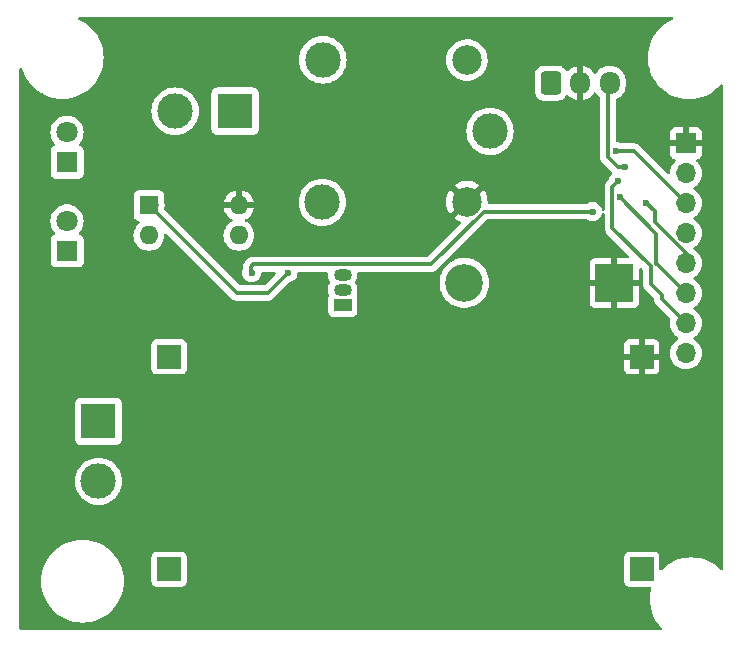
<source format=gbr>
%TF.GenerationSoftware,KiCad,Pcbnew,8.0.4*%
%TF.CreationDate,2024-11-13T12:07:51+05:30*%
%TF.ProjectId,cccccccc,63636363-6363-4636-932e-6b696361645f,rev?*%
%TF.SameCoordinates,Original*%
%TF.FileFunction,Copper,L2,Bot*%
%TF.FilePolarity,Positive*%
%FSLAX46Y46*%
G04 Gerber Fmt 4.6, Leading zero omitted, Abs format (unit mm)*
G04 Created by KiCad (PCBNEW 8.0.4) date 2024-11-13 12:07:51*
%MOMM*%
%LPD*%
G01*
G04 APERTURE LIST*
G04 Aperture macros list*
%AMRoundRect*
0 Rectangle with rounded corners*
0 $1 Rounding radius*
0 $2 $3 $4 $5 $6 $7 $8 $9 X,Y pos of 4 corners*
0 Add a 4 corners polygon primitive as box body*
4,1,4,$2,$3,$4,$5,$6,$7,$8,$9,$2,$3,0*
0 Add four circle primitives for the rounded corners*
1,1,$1+$1,$2,$3*
1,1,$1+$1,$4,$5*
1,1,$1+$1,$6,$7*
1,1,$1+$1,$8,$9*
0 Add four rect primitives between the rounded corners*
20,1,$1+$1,$2,$3,$4,$5,0*
20,1,$1+$1,$4,$5,$6,$7,0*
20,1,$1+$1,$6,$7,$8,$9,0*
20,1,$1+$1,$8,$9,$2,$3,0*%
G04 Aperture macros list end*
%TA.AperFunction,ComponentPad*%
%ADD10R,2.000000X2.000000*%
%TD*%
%TA.AperFunction,ComponentPad*%
%ADD11R,1.800000X1.800000*%
%TD*%
%TA.AperFunction,ComponentPad*%
%ADD12C,1.800000*%
%TD*%
%TA.AperFunction,ComponentPad*%
%ADD13R,3.000000X3.000000*%
%TD*%
%TA.AperFunction,ComponentPad*%
%ADD14C,3.000000*%
%TD*%
%TA.AperFunction,ComponentPad*%
%ADD15C,2.500000*%
%TD*%
%TA.AperFunction,ComponentPad*%
%ADD16RoundRect,0.250000X-0.600000X-0.725000X0.600000X-0.725000X0.600000X0.725000X-0.600000X0.725000X0*%
%TD*%
%TA.AperFunction,ComponentPad*%
%ADD17O,1.700000X1.950000*%
%TD*%
%TA.AperFunction,ComponentPad*%
%ADD18R,3.200000X3.200000*%
%TD*%
%TA.AperFunction,ComponentPad*%
%ADD19O,3.200000X3.200000*%
%TD*%
%TA.AperFunction,ComponentPad*%
%ADD20R,1.600000X1.600000*%
%TD*%
%TA.AperFunction,ComponentPad*%
%ADD21O,1.600000X1.600000*%
%TD*%
%TA.AperFunction,ComponentPad*%
%ADD22R,1.500000X1.050000*%
%TD*%
%TA.AperFunction,ComponentPad*%
%ADD23O,1.500000X1.050000*%
%TD*%
%TA.AperFunction,ComponentPad*%
%ADD24R,1.700000X1.700000*%
%TD*%
%TA.AperFunction,ComponentPad*%
%ADD25O,1.700000X1.700000*%
%TD*%
%TA.AperFunction,ViaPad*%
%ADD26C,0.600000*%
%TD*%
%TA.AperFunction,Conductor*%
%ADD27C,0.300000*%
%TD*%
G04 APERTURE END LIST*
D10*
%TO.P,U1,4,-Vout*%
%TO.N,/GND_S*%
X168795000Y-97795000D03*
%TO.P,U1,3,+Vout*%
%TO.N,/VCC*%
X168795000Y-79795000D03*
%TO.P,U1,2,-Vin*%
%TO.N,/GND_S*%
X128795000Y-97795000D03*
%TO.P,U1,1,+Vin*%
%TO.N,/16V*%
X128795000Y-79795000D03*
%TD*%
D11*
%TO.P,power,1,K*%
%TO.N,/GND_S*%
X120150000Y-63340000D03*
D12*
%TO.P,power,2,A*%
%TO.N,Net-(Red1-A)*%
X120150000Y-60800000D03*
%TD*%
D11*
%TO.P,RL_S/g,1,K*%
%TO.N,/GND_S*%
X120150000Y-70840000D03*
D12*
%TO.P,RL_S/g,2,A*%
%TO.N,Net-(Green1-A)*%
X120150000Y-68300000D03*
%TD*%
D13*
%TO.P,Output_16v1,1,Pin_1*%
%TO.N,/GND_S*%
X134380000Y-59000000D03*
D14*
%TO.P,Output_16v1,2,Pin_2*%
%TO.N,Net-(Output_16v1-Pin_2)*%
X129300000Y-59000000D03*
%TD*%
%TO.P,K1,1*%
%TO.N,/16V*%
X155960000Y-60720000D03*
D15*
%TO.P,K1,2*%
%TO.N,Net-(D1-A)*%
X154010000Y-54670000D03*
D14*
%TO.P,K1,3*%
%TO.N,Net-(Output_16v1-Pin_2)*%
X141810000Y-54670000D03*
%TO.P,K1,4*%
%TO.N,unconnected-(K1-Pad4)*%
X141760000Y-66720000D03*
D15*
%TO.P,K1,5*%
%TO.N,/VCC*%
X154010000Y-66670000D03*
%TD*%
D16*
%TO.P,IR_sensor1,1,Pin_1*%
%TO.N,/pin_2_IR*%
X161100000Y-56630000D03*
D17*
%TO.P,IR_sensor1,2,Pin_2*%
%TO.N,/VCC*%
X163600000Y-56630000D03*
%TO.P,IR_sensor1,3,Pin_3*%
%TO.N,/GND_S*%
X166100000Y-56630000D03*
%TD*%
D18*
%TO.P,D1,1,K*%
%TO.N,/VCC*%
X166490000Y-73540000D03*
D19*
%TO.P,D1,2,A*%
%TO.N,Net-(D1-A)*%
X153790000Y-73540000D03*
%TD*%
D20*
%TO.P,U3,1*%
%TO.N,Net-(R1-Pad2)*%
X127080000Y-66975000D03*
D21*
%TO.P,U3,2*%
%TO.N,Net-(Green1-A)*%
X127080000Y-69515000D03*
%TO.P,U3,3*%
%TO.N,Net-(R3-Pad1)*%
X134700000Y-69515000D03*
%TO.P,U3,4*%
%TO.N,/VCC*%
X134700000Y-66975000D03*
%TD*%
D22*
%TO.P,Q1,1,C*%
%TO.N,Net-(D1-A)*%
X143482500Y-75390000D03*
D23*
%TO.P,Q1,2,B*%
%TO.N,Net-(Q1-B)*%
X143482500Y-74120000D03*
%TO.P,Q1,3,E*%
%TO.N,/GND_S*%
X143482500Y-72850000D03*
%TD*%
D24*
%TO.P,J1,1,Pin_1*%
%TO.N,/VCC*%
X172550000Y-61725000D03*
D25*
%TO.P,J1,2,Pin_2*%
%TO.N,/pin_2_IR*%
X172550000Y-64265000D03*
%TO.P,J1,3,Pin_3*%
%TO.N,/pin3*%
X172550000Y-66805000D03*
%TO.P,J1,4,Pin_4*%
%TO.N,/pin_4*%
X172550000Y-69345000D03*
%TO.P,J1,5,Pin_5*%
%TO.N,/Relay_Signal_5*%
X172550000Y-71885000D03*
%TO.P,J1,6,Pin_6*%
%TO.N,/pin_6*%
X172550000Y-74425000D03*
%TO.P,J1,7,Pin_7*%
%TO.N,/pin_7*%
X172550000Y-76965000D03*
%TO.P,J1,8,Pin_8*%
%TO.N,/GND_S*%
X172550000Y-79505000D03*
%TD*%
D13*
%TO.P,V_input1,1,Pin_1*%
%TO.N,/GND_S*%
X122810000Y-85260000D03*
D14*
%TO.P,V_input1,2,Pin_2*%
%TO.N,/16V*%
X122810000Y-90340000D03*
%TD*%
D26*
%TO.N,/VCC*%
X135920000Y-76160000D03*
X161740000Y-63740000D03*
%TO.N,/GND_S*%
X167350000Y-63700000D03*
%TO.N,/pin_7*%
X166800000Y-64950000D03*
%TO.N,/pin_6*%
X166970000Y-66290000D03*
%TO.N,/pin3*%
X166590000Y-62390000D03*
%TO.N,/Relay_Signal_5*%
X135790000Y-72690000D03*
X169180000Y-66780000D03*
X164640000Y-67510000D03*
%TO.N,Net-(R1-Pad2)*%
X138852500Y-72680000D03*
%TD*%
D27*
%TO.N,/GND_S*%
X165940000Y-62890000D02*
X165940000Y-56790000D01*
X166835000Y-63720000D02*
X166855000Y-63700000D01*
X166770000Y-63720000D02*
X165940000Y-62890000D01*
X165940000Y-56790000D02*
X166100000Y-56630000D01*
X166855000Y-63700000D02*
X167300000Y-63700000D01*
X166835000Y-63720000D02*
X166770000Y-63720000D01*
%TO.N,/pin_7*%
X172550000Y-76965000D02*
X170520000Y-74935000D01*
X166320000Y-68910000D02*
X166320000Y-65430000D01*
X170520000Y-74580000D02*
X169550000Y-73610000D01*
X169550000Y-73610000D02*
X169550000Y-72140000D01*
X166320000Y-65430000D02*
X166800000Y-64950000D01*
X170520000Y-74935000D02*
X170520000Y-74580000D01*
X169550000Y-72140000D02*
X166320000Y-68910000D01*
%TO.N,/pin_6*%
X166970000Y-66290000D02*
X170050000Y-69370000D01*
X170050000Y-69370000D02*
X170050000Y-71960000D01*
X170050000Y-71960000D02*
X170085000Y-71960000D01*
X170085000Y-71960000D02*
X172550000Y-74425000D01*
%TO.N,/pin3*%
X172550000Y-66805000D02*
X168135000Y-62390000D01*
X168135000Y-62390000D02*
X166590000Y-62390000D01*
%TO.N,/Relay_Signal_5*%
X164640000Y-67510000D02*
X155432742Y-67510000D01*
X135905000Y-71975000D02*
X135700000Y-72180000D01*
X135700000Y-72600000D02*
X135790000Y-72690000D01*
X169180000Y-66780000D02*
X169900000Y-67500000D01*
X169900000Y-67500000D02*
X169900000Y-68392057D01*
X135700000Y-72180000D02*
X135700000Y-72600000D01*
X150967742Y-71975000D02*
X135905000Y-71975000D01*
X155432742Y-67510000D02*
X150967742Y-71975000D01*
X169900000Y-68392057D02*
X172550000Y-71042057D01*
X172550000Y-71042057D02*
X172550000Y-71885000D01*
%TO.N,Net-(R1-Pad2)*%
X127765000Y-66975000D02*
X127080000Y-66975000D01*
X134515000Y-74410000D02*
X127080000Y-66975000D01*
X137122500Y-74410000D02*
X134515000Y-74410000D01*
X138852500Y-72680000D02*
X137122500Y-74410000D01*
%TD*%
%TA.AperFunction,Conductor*%
%TO.N,/VCC*%
G36*
X171426355Y-51050185D02*
G01*
X171472110Y-51102989D01*
X171482054Y-51172147D01*
X171453029Y-51235703D01*
X171403755Y-51270262D01*
X171394601Y-51273776D01*
X171384260Y-51277746D01*
X171057343Y-51444320D01*
X170749635Y-51644147D01*
X170464498Y-51875047D01*
X170464490Y-51875054D01*
X170205054Y-52134490D01*
X170205047Y-52134498D01*
X169974147Y-52419635D01*
X169774320Y-52727343D01*
X169607746Y-53054260D01*
X169476260Y-53396793D01*
X169381294Y-53751209D01*
X169381294Y-53751211D01*
X169323898Y-54113594D01*
X169304696Y-54479999D01*
X169304696Y-54480000D01*
X169323898Y-54846405D01*
X169379711Y-55198794D01*
X169381295Y-55208794D01*
X169473578Y-55553199D01*
X169476260Y-55563206D01*
X169607746Y-55905739D01*
X169774320Y-56232656D01*
X169974147Y-56540364D01*
X170137117Y-56741615D01*
X170205051Y-56825506D01*
X170464494Y-57084949D01*
X170464498Y-57084952D01*
X170749635Y-57315852D01*
X171045206Y-57507797D01*
X171057348Y-57515682D01*
X171384264Y-57682255D01*
X171726801Y-57813742D01*
X172081206Y-57908705D01*
X172443596Y-57966102D01*
X172789734Y-57984241D01*
X172809999Y-57985304D01*
X172810000Y-57985304D01*
X172810001Y-57985304D01*
X172829203Y-57984297D01*
X173176404Y-57966102D01*
X173538794Y-57908705D01*
X173893199Y-57813742D01*
X174235736Y-57682255D01*
X174562652Y-57515682D01*
X174870366Y-57315851D01*
X175155506Y-57084949D01*
X175414949Y-56825506D01*
X175459134Y-56770941D01*
X175516621Y-56731231D01*
X175586452Y-56728903D01*
X175646456Y-56764698D01*
X175677582Y-56827252D01*
X175679500Y-56848978D01*
X175679500Y-97729683D01*
X175659815Y-97796722D01*
X175607011Y-97842477D01*
X175537853Y-97852421D01*
X175474297Y-97823396D01*
X175467819Y-97817364D01*
X175345509Y-97695054D01*
X175345501Y-97695047D01*
X175060364Y-97464147D01*
X174752656Y-97264320D01*
X174425739Y-97097746D01*
X174083206Y-96966260D01*
X174083199Y-96966258D01*
X173728794Y-96871295D01*
X173728790Y-96871294D01*
X173728789Y-96871294D01*
X173366405Y-96813898D01*
X173000001Y-96794696D01*
X172999999Y-96794696D01*
X172633594Y-96813898D01*
X172271211Y-96871294D01*
X172271209Y-96871294D01*
X171916793Y-96966260D01*
X171574260Y-97097746D01*
X171247343Y-97264320D01*
X170939635Y-97464147D01*
X170654498Y-97695047D01*
X170654490Y-97695054D01*
X170507180Y-97842365D01*
X170445857Y-97875850D01*
X170376165Y-97870866D01*
X170320232Y-97828994D01*
X170295815Y-97763530D01*
X170295499Y-97754684D01*
X170295499Y-96747129D01*
X170295498Y-96747123D01*
X170295497Y-96747116D01*
X170289091Y-96687517D01*
X170238796Y-96552669D01*
X170238795Y-96552668D01*
X170238793Y-96552664D01*
X170152547Y-96437455D01*
X170152544Y-96437452D01*
X170037335Y-96351206D01*
X170037328Y-96351202D01*
X169902482Y-96300908D01*
X169902483Y-96300908D01*
X169842883Y-96294501D01*
X169842881Y-96294500D01*
X169842873Y-96294500D01*
X169842864Y-96294500D01*
X167747129Y-96294500D01*
X167747123Y-96294501D01*
X167687516Y-96300908D01*
X167552671Y-96351202D01*
X167552664Y-96351206D01*
X167437455Y-96437452D01*
X167437452Y-96437455D01*
X167351206Y-96552664D01*
X167351202Y-96552671D01*
X167300908Y-96687517D01*
X167294501Y-96747116D01*
X167294501Y-96747123D01*
X167294500Y-96747135D01*
X167294500Y-98842870D01*
X167294501Y-98842876D01*
X167300908Y-98902483D01*
X167351202Y-99037328D01*
X167351206Y-99037335D01*
X167437452Y-99152544D01*
X167437455Y-99152547D01*
X167552664Y-99238793D01*
X167552671Y-99238797D01*
X167687517Y-99289091D01*
X167687516Y-99289091D01*
X167694444Y-99289835D01*
X167747127Y-99295500D01*
X169483570Y-99295499D01*
X169550609Y-99315184D01*
X169596364Y-99367987D01*
X169606308Y-99437146D01*
X169603345Y-99451592D01*
X169571295Y-99571204D01*
X169571294Y-99571211D01*
X169513898Y-99933594D01*
X169494696Y-100299999D01*
X169494696Y-100300000D01*
X169513898Y-100666405D01*
X169571294Y-101028788D01*
X169571294Y-101028790D01*
X169666260Y-101383206D01*
X169797746Y-101725739D01*
X169964320Y-102052656D01*
X170164147Y-102360364D01*
X170395047Y-102645501D01*
X170395054Y-102645509D01*
X170457364Y-102707819D01*
X170490849Y-102769142D01*
X170485865Y-102838834D01*
X170443993Y-102894767D01*
X170378529Y-102919184D01*
X170369683Y-102919500D01*
X116244500Y-102919500D01*
X116177461Y-102899815D01*
X116131706Y-102847011D01*
X116120500Y-102795500D01*
X116120500Y-98799999D01*
X117964696Y-98799999D01*
X117964696Y-98800000D01*
X117983898Y-99166405D01*
X118041294Y-99528788D01*
X118041294Y-99528790D01*
X118136260Y-99883206D01*
X118267746Y-100225739D01*
X118434320Y-100552656D01*
X118634147Y-100860364D01*
X118770536Y-101028790D01*
X118865051Y-101145506D01*
X119124494Y-101404949D01*
X119124498Y-101404952D01*
X119409635Y-101635852D01*
X119717343Y-101835679D01*
X119717348Y-101835682D01*
X120044264Y-102002255D01*
X120386801Y-102133742D01*
X120741206Y-102228705D01*
X121103596Y-102286102D01*
X121449734Y-102304241D01*
X121469999Y-102305304D01*
X121470000Y-102305304D01*
X121470001Y-102305304D01*
X121489203Y-102304297D01*
X121836404Y-102286102D01*
X122198794Y-102228705D01*
X122553199Y-102133742D01*
X122895736Y-102002255D01*
X123222652Y-101835682D01*
X123530366Y-101635851D01*
X123815506Y-101404949D01*
X124074949Y-101145506D01*
X124305851Y-100860366D01*
X124505682Y-100552652D01*
X124672255Y-100225736D01*
X124803742Y-99883199D01*
X124898705Y-99528794D01*
X124956102Y-99166404D01*
X124975304Y-98800000D01*
X124956102Y-98433596D01*
X124898705Y-98071206D01*
X124803742Y-97716801D01*
X124672255Y-97374264D01*
X124505682Y-97047348D01*
X124393175Y-96874102D01*
X124310723Y-96747135D01*
X127294500Y-96747135D01*
X127294500Y-98842870D01*
X127294501Y-98842876D01*
X127300908Y-98902483D01*
X127351202Y-99037328D01*
X127351206Y-99037335D01*
X127437452Y-99152544D01*
X127437455Y-99152547D01*
X127552664Y-99238793D01*
X127552671Y-99238797D01*
X127687517Y-99289091D01*
X127687516Y-99289091D01*
X127694444Y-99289835D01*
X127747127Y-99295500D01*
X129842872Y-99295499D01*
X129902483Y-99289091D01*
X130037331Y-99238796D01*
X130152546Y-99152546D01*
X130238796Y-99037331D01*
X130289091Y-98902483D01*
X130295500Y-98842873D01*
X130295499Y-96747128D01*
X130289091Y-96687517D01*
X130238796Y-96552669D01*
X130238795Y-96552668D01*
X130238793Y-96552664D01*
X130152547Y-96437455D01*
X130152544Y-96437452D01*
X130037335Y-96351206D01*
X130037328Y-96351202D01*
X129902482Y-96300908D01*
X129902483Y-96300908D01*
X129842883Y-96294501D01*
X129842881Y-96294500D01*
X129842873Y-96294500D01*
X129842864Y-96294500D01*
X127747129Y-96294500D01*
X127747123Y-96294501D01*
X127687516Y-96300908D01*
X127552671Y-96351202D01*
X127552664Y-96351206D01*
X127437455Y-96437452D01*
X127437452Y-96437455D01*
X127351206Y-96552664D01*
X127351202Y-96552671D01*
X127300908Y-96687517D01*
X127294501Y-96747116D01*
X127294501Y-96747123D01*
X127294500Y-96747135D01*
X124310723Y-96747135D01*
X124305852Y-96739635D01*
X124154450Y-96552669D01*
X124074949Y-96454494D01*
X123815506Y-96195051D01*
X123530366Y-95964149D01*
X123530364Y-95964147D01*
X123222656Y-95764320D01*
X122895739Y-95597746D01*
X122553206Y-95466260D01*
X122553199Y-95466258D01*
X122198794Y-95371295D01*
X122198790Y-95371294D01*
X122198789Y-95371294D01*
X121836405Y-95313898D01*
X121470001Y-95294696D01*
X121469999Y-95294696D01*
X121103594Y-95313898D01*
X120741211Y-95371294D01*
X120741209Y-95371294D01*
X120386793Y-95466260D01*
X120044260Y-95597746D01*
X119717343Y-95764320D01*
X119409635Y-95964147D01*
X119124498Y-96195047D01*
X119124490Y-96195054D01*
X118865054Y-96454490D01*
X118865047Y-96454498D01*
X118634147Y-96739635D01*
X118434320Y-97047343D01*
X118267746Y-97374260D01*
X118136260Y-97716793D01*
X118041294Y-98071209D01*
X118041294Y-98071211D01*
X117983898Y-98433594D01*
X117964696Y-98799999D01*
X116120500Y-98799999D01*
X116120500Y-90339998D01*
X120804390Y-90339998D01*
X120804390Y-90340001D01*
X120824804Y-90625433D01*
X120885628Y-90905037D01*
X120985635Y-91173166D01*
X121122770Y-91424309D01*
X121122775Y-91424317D01*
X121294254Y-91653387D01*
X121294270Y-91653405D01*
X121496594Y-91855729D01*
X121496612Y-91855745D01*
X121725682Y-92027224D01*
X121725690Y-92027229D01*
X121976833Y-92164364D01*
X121976832Y-92164364D01*
X121976836Y-92164365D01*
X121976839Y-92164367D01*
X122244954Y-92264369D01*
X122244960Y-92264370D01*
X122244962Y-92264371D01*
X122524566Y-92325195D01*
X122524568Y-92325195D01*
X122524572Y-92325196D01*
X122778220Y-92343337D01*
X122809999Y-92345610D01*
X122810000Y-92345610D01*
X122810001Y-92345610D01*
X122838595Y-92343564D01*
X123095428Y-92325196D01*
X123375046Y-92264369D01*
X123643161Y-92164367D01*
X123894315Y-92027226D01*
X124123395Y-91855739D01*
X124325739Y-91653395D01*
X124497226Y-91424315D01*
X124634367Y-91173161D01*
X124734369Y-90905046D01*
X124795196Y-90625428D01*
X124815610Y-90340000D01*
X124795196Y-90054572D01*
X124734369Y-89774954D01*
X124634367Y-89506839D01*
X124497226Y-89255685D01*
X124497224Y-89255682D01*
X124325745Y-89026612D01*
X124325729Y-89026594D01*
X124123405Y-88824270D01*
X124123387Y-88824254D01*
X123894317Y-88652775D01*
X123894309Y-88652770D01*
X123643166Y-88515635D01*
X123643167Y-88515635D01*
X123535915Y-88475632D01*
X123375046Y-88415631D01*
X123375043Y-88415630D01*
X123375037Y-88415628D01*
X123095433Y-88354804D01*
X122810001Y-88334390D01*
X122809999Y-88334390D01*
X122524566Y-88354804D01*
X122244962Y-88415628D01*
X121976833Y-88515635D01*
X121725690Y-88652770D01*
X121725682Y-88652775D01*
X121496612Y-88824254D01*
X121496594Y-88824270D01*
X121294270Y-89026594D01*
X121294254Y-89026612D01*
X121122775Y-89255682D01*
X121122770Y-89255690D01*
X120985635Y-89506833D01*
X120885628Y-89774962D01*
X120824804Y-90054566D01*
X120804390Y-90339998D01*
X116120500Y-90339998D01*
X116120500Y-83712135D01*
X120809500Y-83712135D01*
X120809500Y-86807870D01*
X120809501Y-86807876D01*
X120815908Y-86867483D01*
X120866202Y-87002328D01*
X120866206Y-87002335D01*
X120952452Y-87117544D01*
X120952455Y-87117547D01*
X121067664Y-87203793D01*
X121067671Y-87203797D01*
X121202517Y-87254091D01*
X121202516Y-87254091D01*
X121209444Y-87254835D01*
X121262127Y-87260500D01*
X124357872Y-87260499D01*
X124417483Y-87254091D01*
X124552331Y-87203796D01*
X124667546Y-87117546D01*
X124753796Y-87002331D01*
X124804091Y-86867483D01*
X124810500Y-86807873D01*
X124810499Y-83712128D01*
X124804091Y-83652517D01*
X124753796Y-83517669D01*
X124753795Y-83517668D01*
X124753793Y-83517664D01*
X124667547Y-83402455D01*
X124667544Y-83402452D01*
X124552335Y-83316206D01*
X124552328Y-83316202D01*
X124417482Y-83265908D01*
X124417483Y-83265908D01*
X124357883Y-83259501D01*
X124357881Y-83259500D01*
X124357873Y-83259500D01*
X124357864Y-83259500D01*
X121262129Y-83259500D01*
X121262123Y-83259501D01*
X121202516Y-83265908D01*
X121067671Y-83316202D01*
X121067664Y-83316206D01*
X120952455Y-83402452D01*
X120952452Y-83402455D01*
X120866206Y-83517664D01*
X120866202Y-83517671D01*
X120815908Y-83652517D01*
X120809501Y-83712116D01*
X120809501Y-83712123D01*
X120809500Y-83712135D01*
X116120500Y-83712135D01*
X116120500Y-78747135D01*
X127294500Y-78747135D01*
X127294500Y-80842870D01*
X127294501Y-80842876D01*
X127300908Y-80902483D01*
X127351202Y-81037328D01*
X127351206Y-81037335D01*
X127437452Y-81152544D01*
X127437455Y-81152547D01*
X127552664Y-81238793D01*
X127552671Y-81238797D01*
X127687517Y-81289091D01*
X127687516Y-81289091D01*
X127694444Y-81289835D01*
X127747127Y-81295500D01*
X129842872Y-81295499D01*
X129902483Y-81289091D01*
X130037331Y-81238796D01*
X130152546Y-81152546D01*
X130238796Y-81037331D01*
X130289091Y-80902483D01*
X130295500Y-80842873D01*
X130295499Y-78747155D01*
X167295000Y-78747155D01*
X167295000Y-79545000D01*
X168506184Y-79545000D01*
X168490124Y-79561060D01*
X168439964Y-79647939D01*
X168414000Y-79744840D01*
X168414000Y-79845160D01*
X168439964Y-79942061D01*
X168490124Y-80028940D01*
X168506184Y-80045000D01*
X167295000Y-80045000D01*
X167295000Y-80842844D01*
X167301401Y-80902372D01*
X167301403Y-80902379D01*
X167351645Y-81037086D01*
X167351649Y-81037093D01*
X167437809Y-81152187D01*
X167437812Y-81152190D01*
X167552906Y-81238350D01*
X167552913Y-81238354D01*
X167687620Y-81288596D01*
X167687627Y-81288598D01*
X167747155Y-81294999D01*
X167747172Y-81295000D01*
X168545000Y-81295000D01*
X168545000Y-80083816D01*
X168561060Y-80099876D01*
X168647939Y-80150036D01*
X168744840Y-80176000D01*
X168845160Y-80176000D01*
X168942061Y-80150036D01*
X169028940Y-80099876D01*
X169045000Y-80083816D01*
X169045000Y-81295000D01*
X169842828Y-81295000D01*
X169842844Y-81294999D01*
X169902372Y-81288598D01*
X169902379Y-81288596D01*
X170037086Y-81238354D01*
X170037093Y-81238350D01*
X170152187Y-81152190D01*
X170152190Y-81152187D01*
X170238350Y-81037093D01*
X170238354Y-81037086D01*
X170288596Y-80902379D01*
X170288598Y-80902372D01*
X170294999Y-80842844D01*
X170295000Y-80842827D01*
X170295000Y-80045000D01*
X169083816Y-80045000D01*
X169099876Y-80028940D01*
X169150036Y-79942061D01*
X169176000Y-79845160D01*
X169176000Y-79744840D01*
X169150036Y-79647939D01*
X169099876Y-79561060D01*
X169083816Y-79545000D01*
X170295000Y-79545000D01*
X170295000Y-78747172D01*
X170294999Y-78747155D01*
X170288598Y-78687627D01*
X170288596Y-78687620D01*
X170238354Y-78552913D01*
X170238350Y-78552906D01*
X170152190Y-78437812D01*
X170152187Y-78437809D01*
X170037093Y-78351649D01*
X170037086Y-78351645D01*
X169902379Y-78301403D01*
X169902372Y-78301401D01*
X169842844Y-78295000D01*
X169045000Y-78295000D01*
X169045000Y-79506184D01*
X169028940Y-79490124D01*
X168942061Y-79439964D01*
X168845160Y-79414000D01*
X168744840Y-79414000D01*
X168647939Y-79439964D01*
X168561060Y-79490124D01*
X168545000Y-79506184D01*
X168545000Y-78295000D01*
X167747155Y-78295000D01*
X167687627Y-78301401D01*
X167687620Y-78301403D01*
X167552913Y-78351645D01*
X167552906Y-78351649D01*
X167437812Y-78437809D01*
X167437809Y-78437812D01*
X167351649Y-78552906D01*
X167351645Y-78552913D01*
X167301403Y-78687620D01*
X167301401Y-78687627D01*
X167295000Y-78747155D01*
X130295499Y-78747155D01*
X130295499Y-78747128D01*
X130289091Y-78687517D01*
X130238884Y-78552906D01*
X130238797Y-78552671D01*
X130238793Y-78552664D01*
X130152547Y-78437455D01*
X130152544Y-78437452D01*
X130037335Y-78351206D01*
X130037328Y-78351202D01*
X129902482Y-78300908D01*
X129902483Y-78300908D01*
X129842883Y-78294501D01*
X129842881Y-78294500D01*
X129842873Y-78294500D01*
X129842864Y-78294500D01*
X127747129Y-78294500D01*
X127747123Y-78294501D01*
X127687516Y-78300908D01*
X127552671Y-78351202D01*
X127552664Y-78351206D01*
X127437455Y-78437452D01*
X127437452Y-78437455D01*
X127351206Y-78552664D01*
X127351202Y-78552671D01*
X127300908Y-78687517D01*
X127294501Y-78747116D01*
X127294501Y-78747123D01*
X127294500Y-78747135D01*
X116120500Y-78747135D01*
X116120500Y-68299993D01*
X118744700Y-68299993D01*
X118744700Y-68300006D01*
X118763864Y-68531297D01*
X118763866Y-68531308D01*
X118820842Y-68756300D01*
X118914075Y-68968848D01*
X119041016Y-69163147D01*
X119041019Y-69163151D01*
X119041021Y-69163153D01*
X119135803Y-69266114D01*
X119166724Y-69328767D01*
X119158864Y-69398193D01*
X119114716Y-69452348D01*
X119087906Y-69466277D01*
X119007669Y-69496203D01*
X119007664Y-69496206D01*
X118892455Y-69582452D01*
X118892452Y-69582455D01*
X118806206Y-69697664D01*
X118806202Y-69697671D01*
X118755908Y-69832517D01*
X118749501Y-69892116D01*
X118749501Y-69892123D01*
X118749500Y-69892135D01*
X118749500Y-71787870D01*
X118749501Y-71787876D01*
X118755908Y-71847483D01*
X118806202Y-71982328D01*
X118806206Y-71982335D01*
X118892452Y-72097544D01*
X118892455Y-72097547D01*
X119007664Y-72183793D01*
X119007671Y-72183797D01*
X119142517Y-72234091D01*
X119142516Y-72234091D01*
X119149444Y-72234835D01*
X119202127Y-72240500D01*
X121097872Y-72240499D01*
X121157483Y-72234091D01*
X121292331Y-72183796D01*
X121407546Y-72097546D01*
X121493796Y-71982331D01*
X121544091Y-71847483D01*
X121550500Y-71787873D01*
X121550499Y-69892128D01*
X121544091Y-69832517D01*
X121535194Y-69808664D01*
X121493797Y-69697671D01*
X121493793Y-69697664D01*
X121407547Y-69582455D01*
X121407544Y-69582452D01*
X121317438Y-69514998D01*
X125774532Y-69514998D01*
X125774532Y-69515001D01*
X125794364Y-69741686D01*
X125794366Y-69741697D01*
X125853258Y-69961488D01*
X125853261Y-69961497D01*
X125949431Y-70167732D01*
X125949432Y-70167734D01*
X126079954Y-70354141D01*
X126240858Y-70515045D01*
X126262423Y-70530145D01*
X126427266Y-70645568D01*
X126633504Y-70741739D01*
X126853308Y-70800635D01*
X127015230Y-70814801D01*
X127079998Y-70820468D01*
X127080000Y-70820468D01*
X127080002Y-70820468D01*
X127136673Y-70815509D01*
X127306692Y-70800635D01*
X127526496Y-70741739D01*
X127732734Y-70645568D01*
X127919139Y-70515047D01*
X128080047Y-70354139D01*
X128210568Y-70167734D01*
X128306739Y-69961496D01*
X128365635Y-69741692D01*
X128385468Y-69515000D01*
X128384999Y-69509644D01*
X128398763Y-69441146D01*
X128447377Y-69390962D01*
X128515405Y-69375026D01*
X128581249Y-69398399D01*
X128596208Y-69411154D01*
X134100325Y-74915272D01*
X134100328Y-74915275D01*
X134100331Y-74915277D01*
X134170041Y-74961855D01*
X134206873Y-74986465D01*
X134325256Y-75035501D01*
X134325260Y-75035501D01*
X134325261Y-75035502D01*
X134450928Y-75060500D01*
X134450931Y-75060500D01*
X137186571Y-75060500D01*
X137271115Y-75043682D01*
X137312244Y-75035501D01*
X137430627Y-74986465D01*
X137467459Y-74961855D01*
X137537169Y-74915277D01*
X138950724Y-73501720D01*
X139012045Y-73468237D01*
X139024519Y-73466183D01*
X139031755Y-73465368D01*
X139202022Y-73405789D01*
X139354762Y-73309816D01*
X139482316Y-73182262D01*
X139578289Y-73029522D01*
X139637868Y-72859255D01*
X139649457Y-72756401D01*
X139651799Y-72735617D01*
X139678865Y-72671203D01*
X139736460Y-72631648D01*
X139775019Y-72625500D01*
X142108000Y-72625500D01*
X142175039Y-72645185D01*
X142220794Y-72697989D01*
X142232000Y-72749500D01*
X142232000Y-72951007D01*
X142271407Y-73149119D01*
X142271409Y-73149127D01*
X142348713Y-73335755D01*
X142348714Y-73335756D01*
X142402189Y-73415788D01*
X142402404Y-73416109D01*
X142423282Y-73482787D01*
X142404797Y-73550167D01*
X142402404Y-73553891D01*
X142348713Y-73634244D01*
X142271409Y-73820872D01*
X142271407Y-73820880D01*
X142232000Y-74018992D01*
X142232000Y-74221007D01*
X142271407Y-74419119D01*
X142271409Y-74419127D01*
X142304825Y-74499800D01*
X142312294Y-74569270D01*
X142292538Y-74614660D01*
X142292954Y-74614887D01*
X142290419Y-74619528D01*
X142289537Y-74621556D01*
X142288706Y-74622665D01*
X142288702Y-74622672D01*
X142238408Y-74757517D01*
X142232430Y-74813126D01*
X142232001Y-74817123D01*
X142232000Y-74817135D01*
X142232000Y-75962870D01*
X142232001Y-75962876D01*
X142238408Y-76022483D01*
X142288702Y-76157328D01*
X142288706Y-76157335D01*
X142374952Y-76272544D01*
X142374955Y-76272547D01*
X142490164Y-76358793D01*
X142490171Y-76358797D01*
X142625017Y-76409091D01*
X142625016Y-76409091D01*
X142631944Y-76409835D01*
X142684627Y-76415500D01*
X144280372Y-76415499D01*
X144339983Y-76409091D01*
X144474831Y-76358796D01*
X144590046Y-76272546D01*
X144676296Y-76157331D01*
X144726591Y-76022483D01*
X144733000Y-75962873D01*
X144732999Y-74817128D01*
X144726591Y-74757517D01*
X144680498Y-74633936D01*
X144676297Y-74622671D01*
X144676296Y-74622670D01*
X144676296Y-74622669D01*
X144675467Y-74621562D01*
X144674985Y-74620268D01*
X144672046Y-74614886D01*
X144672819Y-74614463D01*
X144651051Y-74556099D01*
X144660175Y-74499798D01*
X144693589Y-74419132D01*
X144693589Y-74419131D01*
X144693591Y-74419127D01*
X144733000Y-74221003D01*
X144733000Y-74018997D01*
X144693591Y-73820873D01*
X144616286Y-73634244D01*
X144562594Y-73553889D01*
X144558245Y-73540000D01*
X151684592Y-73540000D01*
X151704201Y-73826680D01*
X151762666Y-74108034D01*
X151762667Y-74108037D01*
X151858894Y-74378793D01*
X151858893Y-74378793D01*
X151991098Y-74633935D01*
X152156812Y-74868700D01*
X152241923Y-74959831D01*
X152352947Y-75078708D01*
X152575853Y-75260055D01*
X152776523Y-75382086D01*
X152821382Y-75409365D01*
X153008237Y-75490526D01*
X153084942Y-75523844D01*
X153361642Y-75601371D01*
X153596107Y-75633598D01*
X153646321Y-75640500D01*
X153646322Y-75640500D01*
X153933679Y-75640500D01*
X153964370Y-75636281D01*
X154218358Y-75601371D01*
X154495058Y-75523844D01*
X154633996Y-75463495D01*
X154758617Y-75409365D01*
X154758620Y-75409363D01*
X154758625Y-75409361D01*
X155004147Y-75260055D01*
X155227053Y-75078708D01*
X155423189Y-74868698D01*
X155588901Y-74633936D01*
X155721104Y-74378797D01*
X155817334Y-74108032D01*
X155875798Y-73826686D01*
X155895408Y-73540000D01*
X155875798Y-73253314D01*
X155817334Y-72971968D01*
X155809884Y-72951007D01*
X155721105Y-72701206D01*
X155721106Y-72701206D01*
X155588901Y-72446064D01*
X155423187Y-72211299D01*
X155338295Y-72120403D01*
X155227053Y-72001292D01*
X155084109Y-71884999D01*
X155004146Y-71819944D01*
X154758617Y-71670634D01*
X154495063Y-71556158D01*
X154495061Y-71556157D01*
X154495058Y-71556156D01*
X154365578Y-71519877D01*
X154218364Y-71478630D01*
X154218359Y-71478629D01*
X154218358Y-71478629D01*
X154076018Y-71459064D01*
X153933679Y-71439500D01*
X153933678Y-71439500D01*
X153646322Y-71439500D01*
X153646321Y-71439500D01*
X153361642Y-71478629D01*
X153361635Y-71478630D01*
X153153861Y-71536845D01*
X153084942Y-71556156D01*
X153084939Y-71556156D01*
X153084936Y-71556158D01*
X153084935Y-71556158D01*
X152821382Y-71670634D01*
X152575853Y-71819944D01*
X152352950Y-72001289D01*
X152156812Y-72211299D01*
X151991098Y-72446064D01*
X151858894Y-72701206D01*
X151762667Y-72971962D01*
X151762666Y-72971965D01*
X151704201Y-73253319D01*
X151684592Y-73540000D01*
X144558245Y-73540000D01*
X144541717Y-73487214D01*
X144560201Y-73419834D01*
X144562578Y-73416134D01*
X144616286Y-73335756D01*
X144693591Y-73149127D01*
X144733000Y-72951003D01*
X144733000Y-72749500D01*
X144752685Y-72682461D01*
X144805489Y-72636706D01*
X144857000Y-72625500D01*
X151031813Y-72625500D01*
X151116357Y-72608682D01*
X151157486Y-72600501D01*
X151275869Y-72551465D01*
X151298317Y-72536466D01*
X151298318Y-72536466D01*
X151361244Y-72494419D01*
X151382411Y-72480277D01*
X155665869Y-68196819D01*
X155727192Y-68163334D01*
X155753550Y-68160500D01*
X164134932Y-68160500D01*
X164200904Y-68179506D01*
X164290477Y-68235789D01*
X164290481Y-68235790D01*
X164460737Y-68295366D01*
X164460743Y-68295367D01*
X164460745Y-68295368D01*
X164460746Y-68295368D01*
X164460750Y-68295369D01*
X164639996Y-68315565D01*
X164640000Y-68315565D01*
X164640004Y-68315565D01*
X164819249Y-68295369D01*
X164819252Y-68295368D01*
X164819255Y-68295368D01*
X164989522Y-68235789D01*
X165142262Y-68139816D01*
X165269816Y-68012262D01*
X165365789Y-67859522D01*
X165425368Y-67689255D01*
X165425368Y-67689254D01*
X165427668Y-67682682D01*
X165429742Y-67683407D01*
X165458713Y-67631608D01*
X165520373Y-67598747D01*
X165590011Y-67604439D01*
X165645516Y-67646876D01*
X165669267Y-67712585D01*
X165669500Y-67720175D01*
X165669500Y-68974069D01*
X165685234Y-69053165D01*
X165694499Y-69099744D01*
X165743534Y-69218125D01*
X165814726Y-69324673D01*
X165814727Y-69324674D01*
X167718373Y-71228319D01*
X167751858Y-71289642D01*
X167746874Y-71359334D01*
X167705002Y-71415267D01*
X167639538Y-71439684D01*
X167630692Y-71440000D01*
X166740000Y-71440000D01*
X166740000Y-72777639D01*
X166723351Y-72770743D01*
X166568793Y-72740000D01*
X166411207Y-72740000D01*
X166256649Y-72770743D01*
X166240000Y-72777639D01*
X166240000Y-71440000D01*
X164842155Y-71440000D01*
X164782627Y-71446401D01*
X164782620Y-71446403D01*
X164647913Y-71496645D01*
X164647906Y-71496649D01*
X164532812Y-71582809D01*
X164532809Y-71582812D01*
X164446649Y-71697906D01*
X164446645Y-71697913D01*
X164396403Y-71832620D01*
X164396401Y-71832627D01*
X164390000Y-71892155D01*
X164390000Y-73290000D01*
X165727639Y-73290000D01*
X165720743Y-73306649D01*
X165690000Y-73461207D01*
X165690000Y-73618793D01*
X165720743Y-73773351D01*
X165727639Y-73790000D01*
X164390000Y-73790000D01*
X164390000Y-75187844D01*
X164396401Y-75247372D01*
X164396403Y-75247379D01*
X164446645Y-75382086D01*
X164446649Y-75382093D01*
X164532809Y-75497187D01*
X164532812Y-75497190D01*
X164647906Y-75583350D01*
X164647913Y-75583354D01*
X164782620Y-75633596D01*
X164782627Y-75633598D01*
X164842155Y-75639999D01*
X164842172Y-75640000D01*
X166240000Y-75640000D01*
X166240000Y-74302360D01*
X166256649Y-74309257D01*
X166411207Y-74340000D01*
X166568793Y-74340000D01*
X166723351Y-74309257D01*
X166740000Y-74302360D01*
X166740000Y-75640000D01*
X168137828Y-75640000D01*
X168137844Y-75639999D01*
X168197372Y-75633598D01*
X168197379Y-75633596D01*
X168332086Y-75583354D01*
X168332093Y-75583350D01*
X168447187Y-75497190D01*
X168447190Y-75497187D01*
X168533350Y-75382093D01*
X168533354Y-75382086D01*
X168583596Y-75247379D01*
X168583598Y-75247372D01*
X168589999Y-75187844D01*
X168590000Y-75187827D01*
X168590000Y-73790000D01*
X167252361Y-73790000D01*
X167259257Y-73773351D01*
X167290000Y-73618793D01*
X167290000Y-73461207D01*
X167259257Y-73306649D01*
X167252361Y-73290000D01*
X168590000Y-73290000D01*
X168590000Y-72399308D01*
X168609685Y-72332269D01*
X168662489Y-72286514D01*
X168731647Y-72276570D01*
X168795203Y-72305595D01*
X168801681Y-72311627D01*
X168863181Y-72373127D01*
X168896666Y-72434450D01*
X168899500Y-72460808D01*
X168899500Y-73674069D01*
X168899500Y-73674071D01*
X168899499Y-73674071D01*
X168922006Y-73787215D01*
X168924498Y-73799741D01*
X168924499Y-73799745D01*
X168973533Y-73918125D01*
X169002411Y-73961344D01*
X169040932Y-74018996D01*
X169044726Y-74024673D01*
X169044727Y-74024674D01*
X169833181Y-74813126D01*
X169866666Y-74874449D01*
X169869500Y-74900807D01*
X169869500Y-74999069D01*
X169885342Y-75078708D01*
X169894499Y-75124744D01*
X169943535Y-75243127D01*
X169946376Y-75247379D01*
X170014726Y-75349673D01*
X170014727Y-75349674D01*
X171202290Y-76537236D01*
X171235775Y-76598559D01*
X171234384Y-76657008D01*
X171214937Y-76729589D01*
X171214937Y-76729590D01*
X171194341Y-76964999D01*
X171194341Y-76965000D01*
X171214936Y-77200403D01*
X171214938Y-77200413D01*
X171276094Y-77428655D01*
X171276096Y-77428659D01*
X171276097Y-77428663D01*
X171375965Y-77642830D01*
X171375967Y-77642834D01*
X171511501Y-77836395D01*
X171511506Y-77836402D01*
X171678597Y-78003493D01*
X171678603Y-78003498D01*
X171864158Y-78133425D01*
X171907783Y-78188002D01*
X171914977Y-78257500D01*
X171883454Y-78319855D01*
X171864158Y-78336575D01*
X171678597Y-78466505D01*
X171511505Y-78633597D01*
X171375965Y-78827169D01*
X171375964Y-78827171D01*
X171276098Y-79041335D01*
X171276094Y-79041344D01*
X171214938Y-79269586D01*
X171214936Y-79269596D01*
X171194341Y-79504999D01*
X171194341Y-79505000D01*
X171214936Y-79740403D01*
X171214938Y-79740413D01*
X171276094Y-79968655D01*
X171276096Y-79968659D01*
X171276097Y-79968663D01*
X171304205Y-80028940D01*
X171375965Y-80182830D01*
X171375967Y-80182834D01*
X171484281Y-80337521D01*
X171511505Y-80376401D01*
X171678599Y-80543495D01*
X171775384Y-80611265D01*
X171872165Y-80679032D01*
X171872167Y-80679033D01*
X171872170Y-80679035D01*
X172086337Y-80778903D01*
X172314592Y-80840063D01*
X172502918Y-80856539D01*
X172549999Y-80860659D01*
X172550000Y-80860659D01*
X172550001Y-80860659D01*
X172589234Y-80857226D01*
X172785408Y-80840063D01*
X173013663Y-80778903D01*
X173227830Y-80679035D01*
X173421401Y-80543495D01*
X173588495Y-80376401D01*
X173724035Y-80182830D01*
X173823903Y-79968663D01*
X173885063Y-79740408D01*
X173905659Y-79505000D01*
X173904357Y-79490124D01*
X173885063Y-79269596D01*
X173885063Y-79269592D01*
X173823903Y-79041337D01*
X173724035Y-78827171D01*
X173668020Y-78747172D01*
X173588494Y-78633597D01*
X173421402Y-78466506D01*
X173421396Y-78466501D01*
X173235842Y-78336575D01*
X173192217Y-78281998D01*
X173185023Y-78212500D01*
X173216546Y-78150145D01*
X173235842Y-78133425D01*
X173258026Y-78117891D01*
X173421401Y-78003495D01*
X173588495Y-77836401D01*
X173724035Y-77642830D01*
X173823903Y-77428663D01*
X173885063Y-77200408D01*
X173905659Y-76965000D01*
X173885063Y-76729592D01*
X173823903Y-76501337D01*
X173724035Y-76287171D01*
X173713796Y-76272547D01*
X173588494Y-76093597D01*
X173421402Y-75926506D01*
X173421396Y-75926501D01*
X173235842Y-75796575D01*
X173192217Y-75741998D01*
X173185023Y-75672500D01*
X173216546Y-75610145D01*
X173235842Y-75593425D01*
X173258026Y-75577891D01*
X173421401Y-75463495D01*
X173588495Y-75296401D01*
X173724035Y-75102830D01*
X173823903Y-74888663D01*
X173885063Y-74660408D01*
X173905659Y-74425000D01*
X173905144Y-74419119D01*
X173898222Y-74340000D01*
X173885063Y-74189592D01*
X173823903Y-73961337D01*
X173724035Y-73747171D01*
X173718885Y-73739815D01*
X173588494Y-73553597D01*
X173421402Y-73386506D01*
X173421396Y-73386501D01*
X173235842Y-73256575D01*
X173192217Y-73201998D01*
X173185023Y-73132500D01*
X173216546Y-73070145D01*
X173235842Y-73053425D01*
X173352174Y-72971968D01*
X173421401Y-72923495D01*
X173588495Y-72756401D01*
X173724035Y-72562830D01*
X173823903Y-72348663D01*
X173885063Y-72120408D01*
X173905659Y-71885000D01*
X173885063Y-71649592D01*
X173823903Y-71421337D01*
X173724035Y-71207171D01*
X173588495Y-71013599D01*
X173588494Y-71013597D01*
X173421402Y-70846506D01*
X173421396Y-70846501D01*
X173235842Y-70716575D01*
X173192217Y-70661998D01*
X173185023Y-70592500D01*
X173216546Y-70530145D01*
X173235842Y-70513425D01*
X173380884Y-70411865D01*
X173421401Y-70383495D01*
X173588495Y-70216401D01*
X173724035Y-70022830D01*
X173823903Y-69808663D01*
X173885063Y-69580408D01*
X173905659Y-69345000D01*
X173885063Y-69109592D01*
X173823903Y-68881337D01*
X173724035Y-68667171D01*
X173708071Y-68644371D01*
X173588494Y-68473597D01*
X173421402Y-68306506D01*
X173421396Y-68306501D01*
X173235842Y-68176575D01*
X173192217Y-68121998D01*
X173185023Y-68052500D01*
X173216546Y-67990145D01*
X173235842Y-67973425D01*
X173365720Y-67882483D01*
X173421401Y-67843495D01*
X173588495Y-67676401D01*
X173724035Y-67482830D01*
X173823903Y-67268663D01*
X173885063Y-67040408D01*
X173905659Y-66805000D01*
X173903931Y-66785255D01*
X173898628Y-66724633D01*
X173885063Y-66569592D01*
X173823903Y-66341337D01*
X173724035Y-66127171D01*
X173724005Y-66127127D01*
X173588494Y-65933597D01*
X173421402Y-65766506D01*
X173421396Y-65766501D01*
X173235842Y-65636575D01*
X173192217Y-65581998D01*
X173185023Y-65512500D01*
X173216546Y-65450145D01*
X173235842Y-65433425D01*
X173274145Y-65406605D01*
X173421401Y-65303495D01*
X173588495Y-65136401D01*
X173724035Y-64942830D01*
X173823903Y-64728663D01*
X173885063Y-64500408D01*
X173905659Y-64265000D01*
X173885063Y-64029592D01*
X173823903Y-63801337D01*
X173724035Y-63587171D01*
X173686924Y-63534171D01*
X173588496Y-63393600D01*
X173545374Y-63350478D01*
X173466179Y-63271283D01*
X173432696Y-63209963D01*
X173437680Y-63140271D01*
X173479551Y-63084337D01*
X173510529Y-63067422D01*
X173642086Y-63018354D01*
X173642093Y-63018350D01*
X173757187Y-62932190D01*
X173757190Y-62932187D01*
X173843350Y-62817093D01*
X173843354Y-62817086D01*
X173893596Y-62682379D01*
X173893598Y-62682372D01*
X173899999Y-62622844D01*
X173900000Y-62622827D01*
X173900000Y-61975000D01*
X172983012Y-61975000D01*
X173015925Y-61917993D01*
X173050000Y-61790826D01*
X173050000Y-61659174D01*
X173015925Y-61532007D01*
X172983012Y-61475000D01*
X173900000Y-61475000D01*
X173900000Y-60827172D01*
X173899999Y-60827155D01*
X173893598Y-60767627D01*
X173893596Y-60767620D01*
X173843354Y-60632913D01*
X173843350Y-60632906D01*
X173757190Y-60517812D01*
X173757187Y-60517809D01*
X173642093Y-60431649D01*
X173642086Y-60431645D01*
X173507379Y-60381403D01*
X173507372Y-60381401D01*
X173447844Y-60375000D01*
X172800000Y-60375000D01*
X172800000Y-61291988D01*
X172742993Y-61259075D01*
X172615826Y-61225000D01*
X172484174Y-61225000D01*
X172357007Y-61259075D01*
X172300000Y-61291988D01*
X172300000Y-60375000D01*
X171652155Y-60375000D01*
X171592627Y-60381401D01*
X171592620Y-60381403D01*
X171457913Y-60431645D01*
X171457906Y-60431649D01*
X171342812Y-60517809D01*
X171342809Y-60517812D01*
X171256649Y-60632906D01*
X171256645Y-60632913D01*
X171206403Y-60767620D01*
X171206401Y-60767627D01*
X171200000Y-60827155D01*
X171200000Y-61475000D01*
X172116988Y-61475000D01*
X172084075Y-61532007D01*
X172050000Y-61659174D01*
X172050000Y-61790826D01*
X172084075Y-61917993D01*
X172116988Y-61975000D01*
X171200000Y-61975000D01*
X171200000Y-62622844D01*
X171206401Y-62682372D01*
X171206403Y-62682379D01*
X171256645Y-62817086D01*
X171256649Y-62817093D01*
X171342809Y-62932187D01*
X171342812Y-62932190D01*
X171457906Y-63018350D01*
X171457913Y-63018354D01*
X171589470Y-63067421D01*
X171645403Y-63109292D01*
X171669821Y-63174756D01*
X171654970Y-63243029D01*
X171633819Y-63271284D01*
X171511503Y-63393600D01*
X171375965Y-63587169D01*
X171375964Y-63587171D01*
X171276098Y-63801335D01*
X171276094Y-63801344D01*
X171214938Y-64029586D01*
X171214936Y-64029596D01*
X171196246Y-64243218D01*
X171170793Y-64308287D01*
X171114202Y-64349265D01*
X171044440Y-64353143D01*
X170985037Y-64320091D01*
X168549674Y-61884727D01*
X168549673Y-61884726D01*
X168549669Y-61884723D01*
X168443127Y-61813535D01*
X168387921Y-61790668D01*
X168324744Y-61764499D01*
X168324738Y-61764497D01*
X168199071Y-61739500D01*
X168199069Y-61739500D01*
X167095068Y-61739500D01*
X167029096Y-61720494D01*
X166939523Y-61664211D01*
X166769249Y-61604630D01*
X166700616Y-61596897D01*
X166636202Y-61569830D01*
X166596647Y-61512235D01*
X166590500Y-61473677D01*
X166590500Y-58096766D01*
X166610185Y-58029727D01*
X166658203Y-57986282D01*
X166807816Y-57910051D01*
X166829789Y-57894086D01*
X166979786Y-57785109D01*
X166979788Y-57785106D01*
X166979792Y-57785104D01*
X167130104Y-57634792D01*
X167130106Y-57634788D01*
X167130109Y-57634786D01*
X167255048Y-57462820D01*
X167255047Y-57462820D01*
X167255051Y-57462816D01*
X167351557Y-57273412D01*
X167417246Y-57071243D01*
X167450500Y-56861287D01*
X167450500Y-56398713D01*
X167417246Y-56188757D01*
X167351557Y-55986588D01*
X167255051Y-55797184D01*
X167255049Y-55797181D01*
X167255048Y-55797179D01*
X167130109Y-55625213D01*
X166979786Y-55474890D01*
X166807820Y-55349951D01*
X166618414Y-55253444D01*
X166618413Y-55253443D01*
X166618412Y-55253443D01*
X166416243Y-55187754D01*
X166416241Y-55187753D01*
X166416240Y-55187753D01*
X166254957Y-55162208D01*
X166206287Y-55154500D01*
X165993713Y-55154500D01*
X165945042Y-55162208D01*
X165783760Y-55187753D01*
X165581585Y-55253444D01*
X165392179Y-55349951D01*
X165220213Y-55474890D01*
X165069894Y-55625209D01*
X165069890Y-55625214D01*
X164950008Y-55790218D01*
X164894678Y-55832884D01*
X164825065Y-55838863D01*
X164763270Y-55806257D01*
X164749372Y-55790218D01*
X164629727Y-55625540D01*
X164629723Y-55625535D01*
X164479464Y-55475276D01*
X164479459Y-55475272D01*
X164307557Y-55350379D01*
X164118215Y-55253903D01*
X163916124Y-55188241D01*
X163850000Y-55177768D01*
X163850000Y-56225854D01*
X163783343Y-56187370D01*
X163662535Y-56155000D01*
X163537465Y-56155000D01*
X163416657Y-56187370D01*
X163350000Y-56225854D01*
X163350000Y-55177768D01*
X163349999Y-55177768D01*
X163283875Y-55188241D01*
X163081784Y-55253903D01*
X162892442Y-55350379D01*
X162720541Y-55475271D01*
X162581668Y-55614144D01*
X162520345Y-55647628D01*
X162450653Y-55642644D01*
X162394720Y-55600772D01*
X162388448Y-55591558D01*
X162370960Y-55563206D01*
X162292712Y-55436344D01*
X162168656Y-55312288D01*
X162043426Y-55235046D01*
X162019336Y-55220187D01*
X162019331Y-55220185D01*
X161954765Y-55198790D01*
X161852797Y-55165001D01*
X161852795Y-55165000D01*
X161750010Y-55154500D01*
X160449998Y-55154500D01*
X160449981Y-55154501D01*
X160347203Y-55165000D01*
X160347200Y-55165001D01*
X160180668Y-55220185D01*
X160180663Y-55220187D01*
X160031342Y-55312289D01*
X159907289Y-55436342D01*
X159815187Y-55585663D01*
X159815185Y-55585668D01*
X159810180Y-55600772D01*
X159760001Y-55752203D01*
X159760001Y-55752204D01*
X159760000Y-55752204D01*
X159749500Y-55854983D01*
X159749500Y-57405001D01*
X159749501Y-57405018D01*
X159760000Y-57507796D01*
X159760001Y-57507799D01*
X159815185Y-57674331D01*
X159815187Y-57674336D01*
X159822748Y-57686594D01*
X159907288Y-57823656D01*
X160031344Y-57947712D01*
X160180666Y-58039814D01*
X160347203Y-58094999D01*
X160449991Y-58105500D01*
X161750008Y-58105499D01*
X161852797Y-58094999D01*
X162019334Y-58039814D01*
X162168656Y-57947712D01*
X162292712Y-57823656D01*
X162384814Y-57674334D01*
X162384814Y-57674331D01*
X162388448Y-57668441D01*
X162440395Y-57621716D01*
X162509358Y-57610493D01*
X162573440Y-57638336D01*
X162581668Y-57645856D01*
X162720535Y-57784723D01*
X162720540Y-57784727D01*
X162892442Y-57909620D01*
X163081782Y-58006095D01*
X163283871Y-58071757D01*
X163350000Y-58082231D01*
X163350000Y-57034145D01*
X163416657Y-57072630D01*
X163537465Y-57105000D01*
X163662535Y-57105000D01*
X163783343Y-57072630D01*
X163850000Y-57034145D01*
X163850000Y-58082230D01*
X163916126Y-58071757D01*
X163916129Y-58071757D01*
X164118217Y-58006095D01*
X164307557Y-57909620D01*
X164479459Y-57784727D01*
X164479464Y-57784723D01*
X164629721Y-57634466D01*
X164749371Y-57469781D01*
X164804701Y-57427115D01*
X164874314Y-57421136D01*
X164936110Y-57453741D01*
X164950008Y-57469781D01*
X165069890Y-57634785D01*
X165069894Y-57634790D01*
X165069896Y-57634792D01*
X165220208Y-57785104D01*
X165238384Y-57798309D01*
X165281050Y-57853638D01*
X165289500Y-57898628D01*
X165289500Y-62954069D01*
X165289500Y-62954071D01*
X165289499Y-62954071D01*
X165312460Y-63069497D01*
X165314498Y-63079741D01*
X165314499Y-63079745D01*
X165363533Y-63198125D01*
X165434726Y-63304673D01*
X166286306Y-64156253D01*
X166319791Y-64217576D01*
X166314807Y-64287268D01*
X166286307Y-64331615D01*
X166170183Y-64447739D01*
X166074210Y-64600478D01*
X166014632Y-64770744D01*
X166014630Y-64770752D01*
X166013815Y-64777988D01*
X165986743Y-64842400D01*
X165978278Y-64851775D01*
X165814721Y-65015333D01*
X165796812Y-65042138D01*
X165796811Y-65042139D01*
X165743534Y-65121874D01*
X165694499Y-65240255D01*
X165694497Y-65240261D01*
X165669500Y-65365928D01*
X165669500Y-67299824D01*
X165649815Y-67366863D01*
X165597011Y-67412618D01*
X165527853Y-67422562D01*
X165464297Y-67393537D01*
X165428075Y-67337175D01*
X165427668Y-67337318D01*
X165427070Y-67335611D01*
X165426523Y-67334759D01*
X165425793Y-67331960D01*
X165418200Y-67310261D01*
X165365789Y-67160478D01*
X165269816Y-67007738D01*
X165142262Y-66880184D01*
X165079096Y-66840494D01*
X164989523Y-66784211D01*
X164819254Y-66724631D01*
X164819249Y-66724630D01*
X164640004Y-66704435D01*
X164639996Y-66704435D01*
X164460750Y-66724630D01*
X164460737Y-66724633D01*
X164290481Y-66784209D01*
X164290477Y-66784210D01*
X164200904Y-66840494D01*
X164134932Y-66859500D01*
X155884346Y-66859500D01*
X155817307Y-66839815D01*
X155771552Y-66787011D01*
X155760693Y-66726233D01*
X155764907Y-66670003D01*
X155764907Y-66669995D01*
X155745307Y-66408454D01*
X155745306Y-66408449D01*
X155686941Y-66152729D01*
X155591116Y-65908573D01*
X155591117Y-65908573D01*
X155459972Y-65681426D01*
X155412124Y-65621427D01*
X154492962Y-66540589D01*
X154475925Y-66477007D01*
X154410099Y-66362993D01*
X154317007Y-66269901D01*
X154202993Y-66204075D01*
X154139410Y-66187037D01*
X155059168Y-65267278D01*
X154887454Y-65150206D01*
X154887445Y-65150201D01*
X154651142Y-65036404D01*
X154651144Y-65036404D01*
X154400505Y-64959092D01*
X154400499Y-64959090D01*
X154141151Y-64920000D01*
X153878848Y-64920000D01*
X153619500Y-64959090D01*
X153619494Y-64959092D01*
X153368858Y-65036404D01*
X153368854Y-65036405D01*
X153132547Y-65150205D01*
X153132539Y-65150210D01*
X152960830Y-65267277D01*
X153880590Y-66187037D01*
X153817007Y-66204075D01*
X153702993Y-66269901D01*
X153609901Y-66362993D01*
X153544075Y-66477007D01*
X153527037Y-66540589D01*
X152607874Y-65621427D01*
X152560028Y-65681425D01*
X152428883Y-65908573D01*
X152333058Y-66152729D01*
X152274693Y-66408449D01*
X152274692Y-66408454D01*
X152255093Y-66669995D01*
X152255093Y-66670004D01*
X152274692Y-66931545D01*
X152274693Y-66931550D01*
X152333058Y-67187270D01*
X152428883Y-67431426D01*
X152428882Y-67431426D01*
X152560027Y-67658573D01*
X152607874Y-67718571D01*
X153527037Y-66799409D01*
X153544075Y-66862993D01*
X153609901Y-66977007D01*
X153702993Y-67070099D01*
X153817007Y-67135925D01*
X153880590Y-67152962D01*
X152960830Y-68072720D01*
X153132546Y-68189793D01*
X153132550Y-68189795D01*
X153368854Y-68303594D01*
X153368861Y-68303597D01*
X153439962Y-68325528D01*
X153498221Y-68364097D01*
X153526379Y-68428042D01*
X153515497Y-68497059D01*
X153491094Y-68531700D01*
X150734615Y-71288181D01*
X150673292Y-71321666D01*
X150646934Y-71324500D01*
X135840929Y-71324500D01*
X135715261Y-71349497D01*
X135715255Y-71349499D01*
X135633086Y-71383535D01*
X135633085Y-71383535D01*
X135596876Y-71398532D01*
X135490326Y-71469726D01*
X135194727Y-71765325D01*
X135194721Y-71765332D01*
X135150261Y-71831872D01*
X135150262Y-71831873D01*
X135123534Y-71871874D01*
X135074499Y-71990255D01*
X135074497Y-71990261D01*
X135049500Y-72115928D01*
X135049500Y-72361449D01*
X135042542Y-72402403D01*
X135004632Y-72510742D01*
X135004630Y-72510750D01*
X134984435Y-72689996D01*
X134984435Y-72690003D01*
X135004630Y-72869249D01*
X135004631Y-72869254D01*
X135064211Y-73039523D01*
X135122633Y-73132500D01*
X135160184Y-73192262D01*
X135287738Y-73319816D01*
X135378080Y-73376582D01*
X135424561Y-73405788D01*
X135440478Y-73415789D01*
X135570275Y-73461207D01*
X135610745Y-73475368D01*
X135610750Y-73475369D01*
X135789996Y-73495565D01*
X135790000Y-73495565D01*
X135790004Y-73495565D01*
X135969249Y-73475369D01*
X135969252Y-73475368D01*
X135969255Y-73475368D01*
X136139522Y-73415789D01*
X136292262Y-73319816D01*
X136419816Y-73192262D01*
X136515789Y-73039522D01*
X136575368Y-72869255D01*
X136576495Y-72859254D01*
X136590426Y-72735616D01*
X136617492Y-72671203D01*
X136675087Y-72631647D01*
X136713646Y-72625500D01*
X137687692Y-72625500D01*
X137754731Y-72645185D01*
X137800486Y-72697989D01*
X137810430Y-72767147D01*
X137781405Y-72830703D01*
X137775373Y-72837181D01*
X136889373Y-73723181D01*
X136828050Y-73756666D01*
X136801692Y-73759500D01*
X134835808Y-73759500D01*
X134768769Y-73739815D01*
X134748127Y-73723181D01*
X130539944Y-69514998D01*
X133394532Y-69514998D01*
X133394532Y-69515001D01*
X133414364Y-69741686D01*
X133414366Y-69741697D01*
X133473258Y-69961488D01*
X133473261Y-69961497D01*
X133569431Y-70167732D01*
X133569432Y-70167734D01*
X133699954Y-70354141D01*
X133860858Y-70515045D01*
X133882423Y-70530145D01*
X134047266Y-70645568D01*
X134253504Y-70741739D01*
X134473308Y-70800635D01*
X134635230Y-70814801D01*
X134699998Y-70820468D01*
X134700000Y-70820468D01*
X134700002Y-70820468D01*
X134756673Y-70815509D01*
X134926692Y-70800635D01*
X135146496Y-70741739D01*
X135352734Y-70645568D01*
X135539139Y-70515047D01*
X135700047Y-70354139D01*
X135830568Y-70167734D01*
X135926739Y-69961496D01*
X135985635Y-69741692D01*
X136005468Y-69515000D01*
X136003823Y-69496203D01*
X135993222Y-69375026D01*
X135985635Y-69288308D01*
X135926739Y-69068504D01*
X135830568Y-68862266D01*
X135700047Y-68675861D01*
X135700045Y-68675858D01*
X135539141Y-68514954D01*
X135352734Y-68384432D01*
X135352732Y-68384431D01*
X135341275Y-68379088D01*
X135294132Y-68357105D01*
X135241694Y-68310934D01*
X135222542Y-68243740D01*
X135242758Y-68176859D01*
X135294134Y-68132341D01*
X135352484Y-68105132D01*
X135538820Y-67974657D01*
X135699657Y-67813820D01*
X135830134Y-67627482D01*
X135926265Y-67421326D01*
X135926269Y-67421317D01*
X135978872Y-67225000D01*
X135015686Y-67225000D01*
X135020080Y-67220606D01*
X135072741Y-67129394D01*
X135100000Y-67027661D01*
X135100000Y-66922339D01*
X135072741Y-66820606D01*
X135020080Y-66729394D01*
X135015686Y-66725000D01*
X135978872Y-66725000D01*
X135978872Y-66724999D01*
X135977532Y-66719998D01*
X139754390Y-66719998D01*
X139754390Y-66720001D01*
X139774804Y-67005433D01*
X139835628Y-67285037D01*
X139835630Y-67285043D01*
X139835631Y-67285046D01*
X139919463Y-67509808D01*
X139935635Y-67553166D01*
X140072770Y-67804309D01*
X140072775Y-67804317D01*
X140244254Y-68033387D01*
X140244270Y-68033405D01*
X140446594Y-68235729D01*
X140446612Y-68235745D01*
X140675682Y-68407224D01*
X140675690Y-68407229D01*
X140926833Y-68544364D01*
X140926832Y-68544364D01*
X140926836Y-68544365D01*
X140926839Y-68544367D01*
X141194954Y-68644369D01*
X141194960Y-68644370D01*
X141194962Y-68644371D01*
X141474566Y-68705195D01*
X141474568Y-68705195D01*
X141474572Y-68705196D01*
X141728220Y-68723337D01*
X141759999Y-68725610D01*
X141760000Y-68725610D01*
X141760001Y-68725610D01*
X141788595Y-68723564D01*
X142045428Y-68705196D01*
X142180280Y-68675861D01*
X142325037Y-68644371D01*
X142325037Y-68644370D01*
X142325046Y-68644369D01*
X142593161Y-68544367D01*
X142844315Y-68407226D01*
X143073395Y-68235739D01*
X143275739Y-68033395D01*
X143447226Y-67804315D01*
X143584367Y-67553161D01*
X143684369Y-67285046D01*
X143704637Y-67191875D01*
X143745195Y-67005433D01*
X143745195Y-67005432D01*
X143745196Y-67005428D01*
X143765252Y-66725000D01*
X143765610Y-66720001D01*
X143765610Y-66719998D01*
X143759936Y-66640666D01*
X143745196Y-66434572D01*
X143744305Y-66430478D01*
X143684371Y-66154962D01*
X143684370Y-66154960D01*
X143684369Y-66154954D01*
X143584367Y-65886839D01*
X143561447Y-65844865D01*
X143447229Y-65635690D01*
X143447224Y-65635682D01*
X143275745Y-65406612D01*
X143275729Y-65406594D01*
X143073405Y-65204270D01*
X143073387Y-65204254D01*
X142844317Y-65032775D01*
X142844309Y-65032770D01*
X142593166Y-64895635D01*
X142593167Y-64895635D01*
X142393317Y-64821095D01*
X142325046Y-64795631D01*
X142325043Y-64795630D01*
X142325037Y-64795628D01*
X142045433Y-64734804D01*
X141760001Y-64714390D01*
X141759999Y-64714390D01*
X141474566Y-64734804D01*
X141194962Y-64795628D01*
X140926833Y-64895635D01*
X140675690Y-65032770D01*
X140675682Y-65032775D01*
X140446612Y-65204254D01*
X140446594Y-65204270D01*
X140244270Y-65406594D01*
X140244254Y-65406612D01*
X140072775Y-65635682D01*
X140072770Y-65635690D01*
X139935635Y-65886833D01*
X139835628Y-66154962D01*
X139774804Y-66434566D01*
X139754390Y-66719998D01*
X135977532Y-66719998D01*
X135926269Y-66528682D01*
X135926265Y-66528673D01*
X135830134Y-66322517D01*
X135699657Y-66136179D01*
X135538820Y-65975342D01*
X135352482Y-65844865D01*
X135146328Y-65748734D01*
X134950000Y-65696127D01*
X134950000Y-66659314D01*
X134945606Y-66654920D01*
X134854394Y-66602259D01*
X134752661Y-66575000D01*
X134647339Y-66575000D01*
X134545606Y-66602259D01*
X134454394Y-66654920D01*
X134450000Y-66659314D01*
X134450000Y-65696127D01*
X134253671Y-65748734D01*
X134047517Y-65844865D01*
X133861179Y-65975342D01*
X133700342Y-66136179D01*
X133569865Y-66322517D01*
X133473734Y-66528673D01*
X133473730Y-66528682D01*
X133421127Y-66724999D01*
X133421128Y-66725000D01*
X134384314Y-66725000D01*
X134379920Y-66729394D01*
X134327259Y-66820606D01*
X134300000Y-66922339D01*
X134300000Y-67027661D01*
X134327259Y-67129394D01*
X134379920Y-67220606D01*
X134384314Y-67225000D01*
X133421128Y-67225000D01*
X133473730Y-67421317D01*
X133473734Y-67421326D01*
X133569865Y-67627482D01*
X133700342Y-67813820D01*
X133861179Y-67974657D01*
X134047518Y-68105134D01*
X134047520Y-68105135D01*
X134105865Y-68132342D01*
X134158305Y-68178514D01*
X134177457Y-68245707D01*
X134157242Y-68312589D01*
X134105867Y-68357105D01*
X134047268Y-68384431D01*
X134047264Y-68384433D01*
X133860858Y-68514954D01*
X133699954Y-68675858D01*
X133569432Y-68862265D01*
X133569431Y-68862267D01*
X133473261Y-69068502D01*
X133473258Y-69068511D01*
X133414366Y-69288302D01*
X133414364Y-69288313D01*
X133394532Y-69514998D01*
X130539944Y-69514998D01*
X128416818Y-67391872D01*
X128383333Y-67330549D01*
X128380499Y-67304191D01*
X128380499Y-67213555D01*
X128389032Y-67170657D01*
X128388734Y-67170567D01*
X128389652Y-67167539D01*
X128389939Y-67166100D01*
X128390501Y-67164744D01*
X128415500Y-67039069D01*
X128415500Y-66910931D01*
X128415500Y-66910928D01*
X128390502Y-66785260D01*
X128390501Y-66785258D01*
X128390501Y-66785256D01*
X128389937Y-66783894D01*
X128389649Y-66782450D01*
X128388733Y-66779428D01*
X128389030Y-66779337D01*
X128380499Y-66736443D01*
X128380499Y-66127129D01*
X128380498Y-66127123D01*
X128380497Y-66127116D01*
X128374091Y-66067517D01*
X128369128Y-66054211D01*
X128323797Y-65932671D01*
X128323793Y-65932664D01*
X128237547Y-65817455D01*
X128237544Y-65817452D01*
X128122335Y-65731206D01*
X128122328Y-65731202D01*
X127987482Y-65680908D01*
X127987483Y-65680908D01*
X127927883Y-65674501D01*
X127927881Y-65674500D01*
X127927873Y-65674500D01*
X127927864Y-65674500D01*
X126232129Y-65674500D01*
X126232123Y-65674501D01*
X126172516Y-65680908D01*
X126037671Y-65731202D01*
X126037664Y-65731206D01*
X125922455Y-65817452D01*
X125922452Y-65817455D01*
X125836206Y-65932664D01*
X125836202Y-65932671D01*
X125785908Y-66067517D01*
X125781261Y-66110744D01*
X125779501Y-66127123D01*
X125779500Y-66127135D01*
X125779500Y-67822870D01*
X125779501Y-67822876D01*
X125785908Y-67882483D01*
X125836202Y-68017328D01*
X125836206Y-68017335D01*
X125922452Y-68132544D01*
X125922455Y-68132547D01*
X126037664Y-68218793D01*
X126037671Y-68218797D01*
X126066006Y-68229365D01*
X126172517Y-68269091D01*
X126207596Y-68272862D01*
X126272144Y-68299599D01*
X126311993Y-68356991D01*
X126314488Y-68426816D01*
X126278836Y-68486905D01*
X126265464Y-68497725D01*
X126240858Y-68514954D01*
X126079954Y-68675858D01*
X125949432Y-68862265D01*
X125949431Y-68862267D01*
X125853261Y-69068502D01*
X125853258Y-69068511D01*
X125794366Y-69288302D01*
X125794364Y-69288313D01*
X125774532Y-69514998D01*
X121317438Y-69514998D01*
X121292335Y-69496206D01*
X121292328Y-69496202D01*
X121212094Y-69466277D01*
X121156160Y-69424406D01*
X121131743Y-69358941D01*
X121146595Y-69290668D01*
X121164190Y-69266121D01*
X121258979Y-69163153D01*
X121385924Y-68968849D01*
X121479157Y-68756300D01*
X121536134Y-68531305D01*
X121537489Y-68514953D01*
X121555300Y-68300006D01*
X121555300Y-68299993D01*
X121536135Y-68068702D01*
X121536133Y-68068691D01*
X121479157Y-67843699D01*
X121385924Y-67631151D01*
X121258983Y-67436852D01*
X121258980Y-67436849D01*
X121258979Y-67436847D01*
X121101784Y-67266087D01*
X121101779Y-67266083D01*
X121101777Y-67266081D01*
X120918634Y-67123535D01*
X120918628Y-67123531D01*
X120714504Y-67013064D01*
X120714495Y-67013061D01*
X120494984Y-66937702D01*
X120323282Y-66909050D01*
X120266049Y-66899500D01*
X120033951Y-66899500D01*
X119988164Y-66907140D01*
X119805015Y-66937702D01*
X119585504Y-67013061D01*
X119585495Y-67013064D01*
X119381371Y-67123531D01*
X119381365Y-67123535D01*
X119198222Y-67266081D01*
X119198219Y-67266084D01*
X119198216Y-67266086D01*
X119198216Y-67266087D01*
X119180763Y-67285046D01*
X119041016Y-67436852D01*
X118914075Y-67631151D01*
X118820842Y-67843699D01*
X118763866Y-68068691D01*
X118763864Y-68068702D01*
X118744700Y-68299993D01*
X116120500Y-68299993D01*
X116120500Y-60799993D01*
X118744700Y-60799993D01*
X118744700Y-60800006D01*
X118763864Y-61031297D01*
X118763866Y-61031308D01*
X118820842Y-61256300D01*
X118914075Y-61468848D01*
X119041016Y-61663147D01*
X119041019Y-61663151D01*
X119041021Y-61663153D01*
X119135803Y-61766114D01*
X119166724Y-61828767D01*
X119158864Y-61898193D01*
X119114716Y-61952348D01*
X119087906Y-61966277D01*
X119007669Y-61996203D01*
X119007664Y-61996206D01*
X118892455Y-62082452D01*
X118892452Y-62082455D01*
X118806206Y-62197664D01*
X118806202Y-62197671D01*
X118755908Y-62332517D01*
X118749501Y-62392116D01*
X118749501Y-62392123D01*
X118749500Y-62392135D01*
X118749500Y-64287870D01*
X118749501Y-64287876D01*
X118755908Y-64347483D01*
X118806202Y-64482328D01*
X118806206Y-64482335D01*
X118892452Y-64597544D01*
X118892455Y-64597547D01*
X119007664Y-64683793D01*
X119007671Y-64683797D01*
X119142517Y-64734091D01*
X119142516Y-64734091D01*
X119149149Y-64734804D01*
X119202127Y-64740500D01*
X121097872Y-64740499D01*
X121157483Y-64734091D01*
X121292331Y-64683796D01*
X121407546Y-64597546D01*
X121493796Y-64482331D01*
X121544091Y-64347483D01*
X121550500Y-64287873D01*
X121550499Y-62392128D01*
X121544091Y-62332517D01*
X121507997Y-62235745D01*
X121493797Y-62197671D01*
X121493793Y-62197664D01*
X121407547Y-62082455D01*
X121407544Y-62082452D01*
X121292335Y-61996206D01*
X121292328Y-61996202D01*
X121212094Y-61966277D01*
X121156160Y-61924406D01*
X121131743Y-61858941D01*
X121146595Y-61790668D01*
X121164190Y-61766121D01*
X121258979Y-61663153D01*
X121385924Y-61468849D01*
X121479157Y-61256300D01*
X121536134Y-61031305D01*
X121538278Y-61005433D01*
X121555300Y-60800006D01*
X121555300Y-60799993D01*
X121536135Y-60568702D01*
X121536133Y-60568691D01*
X121479157Y-60343699D01*
X121385924Y-60131151D01*
X121258983Y-59936852D01*
X121258980Y-59936849D01*
X121258979Y-59936847D01*
X121101784Y-59766087D01*
X121101779Y-59766083D01*
X121101777Y-59766081D01*
X120918634Y-59623535D01*
X120918628Y-59623531D01*
X120714504Y-59513064D01*
X120714495Y-59513061D01*
X120494984Y-59437702D01*
X120308561Y-59406594D01*
X120266049Y-59399500D01*
X120033951Y-59399500D01*
X119991439Y-59406594D01*
X119805015Y-59437702D01*
X119585504Y-59513061D01*
X119585495Y-59513064D01*
X119381371Y-59623531D01*
X119381365Y-59623535D01*
X119198222Y-59766081D01*
X119198219Y-59766084D01*
X119041016Y-59936852D01*
X118914075Y-60131151D01*
X118820842Y-60343699D01*
X118763866Y-60568691D01*
X118763864Y-60568702D01*
X118744700Y-60799993D01*
X116120500Y-60799993D01*
X116120500Y-58999998D01*
X127294390Y-58999998D01*
X127294390Y-59000001D01*
X127314804Y-59285433D01*
X127375628Y-59565037D01*
X127375630Y-59565043D01*
X127375631Y-59565046D01*
X127450615Y-59766084D01*
X127475635Y-59833166D01*
X127612770Y-60084309D01*
X127612775Y-60084317D01*
X127784254Y-60313387D01*
X127784270Y-60313405D01*
X127986594Y-60515729D01*
X127986612Y-60515745D01*
X128215682Y-60687224D01*
X128215690Y-60687229D01*
X128466833Y-60824364D01*
X128466832Y-60824364D01*
X128466836Y-60824365D01*
X128466839Y-60824367D01*
X128734954Y-60924369D01*
X128734960Y-60924370D01*
X128734962Y-60924371D01*
X129014566Y-60985195D01*
X129014568Y-60985195D01*
X129014572Y-60985196D01*
X129268220Y-61003337D01*
X129299999Y-61005610D01*
X129300000Y-61005610D01*
X129300001Y-61005610D01*
X129328595Y-61003564D01*
X129585428Y-60985196D01*
X129775742Y-60943796D01*
X129865037Y-60924371D01*
X129865037Y-60924370D01*
X129865046Y-60924369D01*
X130133161Y-60824367D01*
X130384315Y-60687226D01*
X130613395Y-60515739D01*
X130815739Y-60313395D01*
X130987226Y-60084315D01*
X131124367Y-59833161D01*
X131224369Y-59565046D01*
X131285196Y-59285428D01*
X131305610Y-59000000D01*
X131285196Y-58714572D01*
X131285156Y-58714390D01*
X131224371Y-58434962D01*
X131224370Y-58434960D01*
X131224369Y-58434954D01*
X131124367Y-58166839D01*
X131090873Y-58105500D01*
X130987229Y-57915690D01*
X130987224Y-57915682D01*
X130815745Y-57686612D01*
X130815729Y-57686594D01*
X130613405Y-57484270D01*
X130613387Y-57484254D01*
X130570481Y-57452135D01*
X132379500Y-57452135D01*
X132379500Y-60547870D01*
X132379501Y-60547876D01*
X132385908Y-60607483D01*
X132436202Y-60742328D01*
X132436206Y-60742335D01*
X132522452Y-60857544D01*
X132522455Y-60857547D01*
X132637664Y-60943793D01*
X132637671Y-60943797D01*
X132772517Y-60994091D01*
X132772516Y-60994091D01*
X132779444Y-60994835D01*
X132832127Y-61000500D01*
X135927872Y-61000499D01*
X135987483Y-60994091D01*
X136122331Y-60943796D01*
X136237546Y-60857546D01*
X136323796Y-60742331D01*
X136332126Y-60719998D01*
X153954390Y-60719998D01*
X153954390Y-60720001D01*
X153974804Y-61005433D01*
X154035628Y-61285037D01*
X154035630Y-61285043D01*
X154035631Y-61285046D01*
X154127743Y-61532007D01*
X154135635Y-61553166D01*
X154272770Y-61804309D01*
X154272775Y-61804317D01*
X154444254Y-62033387D01*
X154444270Y-62033405D01*
X154646594Y-62235729D01*
X154646612Y-62235745D01*
X154875682Y-62407224D01*
X154875690Y-62407229D01*
X155126833Y-62544364D01*
X155126832Y-62544364D01*
X155126836Y-62544365D01*
X155126839Y-62544367D01*
X155394954Y-62644369D01*
X155394960Y-62644370D01*
X155394962Y-62644371D01*
X155674566Y-62705195D01*
X155674568Y-62705195D01*
X155674572Y-62705196D01*
X155928220Y-62723337D01*
X155959999Y-62725610D01*
X155960000Y-62725610D01*
X155960001Y-62725610D01*
X155988595Y-62723564D01*
X156245428Y-62705196D01*
X156350317Y-62682379D01*
X156525037Y-62644371D01*
X156525037Y-62644370D01*
X156525046Y-62644369D01*
X156793161Y-62544367D01*
X157044315Y-62407226D01*
X157273395Y-62235739D01*
X157475739Y-62033395D01*
X157647226Y-61804315D01*
X157784367Y-61553161D01*
X157884369Y-61285046D01*
X157945196Y-61005428D01*
X157965610Y-60720000D01*
X157945196Y-60434572D01*
X157944559Y-60431645D01*
X157884371Y-60154962D01*
X157884370Y-60154960D01*
X157884369Y-60154954D01*
X157784367Y-59886839D01*
X157755056Y-59833161D01*
X157647229Y-59635690D01*
X157647224Y-59635682D01*
X157475745Y-59406612D01*
X157475729Y-59406594D01*
X157273405Y-59204270D01*
X157273387Y-59204254D01*
X157044317Y-59032775D01*
X157044309Y-59032770D01*
X156793166Y-58895635D01*
X156793167Y-58895635D01*
X156685915Y-58855632D01*
X156525046Y-58795631D01*
X156525043Y-58795630D01*
X156525037Y-58795628D01*
X156245433Y-58734804D01*
X155960001Y-58714390D01*
X155959999Y-58714390D01*
X155674566Y-58734804D01*
X155394962Y-58795628D01*
X155126833Y-58895635D01*
X154875690Y-59032770D01*
X154875682Y-59032775D01*
X154646612Y-59204254D01*
X154646594Y-59204270D01*
X154444270Y-59406594D01*
X154444254Y-59406612D01*
X154272775Y-59635682D01*
X154272770Y-59635690D01*
X154135635Y-59886833D01*
X154035628Y-60154962D01*
X153974804Y-60434566D01*
X153954390Y-60719998D01*
X136332126Y-60719998D01*
X136374091Y-60607483D01*
X136380500Y-60547873D01*
X136380499Y-57452128D01*
X136374091Y-57392517D01*
X136345496Y-57315851D01*
X136323797Y-57257671D01*
X136323793Y-57257664D01*
X136237547Y-57142455D01*
X136237544Y-57142452D01*
X136122335Y-57056206D01*
X136122328Y-57056202D01*
X135987482Y-57005908D01*
X135987483Y-57005908D01*
X135927883Y-56999501D01*
X135927881Y-56999500D01*
X135927873Y-56999500D01*
X135927864Y-56999500D01*
X132832129Y-56999500D01*
X132832123Y-56999501D01*
X132772516Y-57005908D01*
X132637671Y-57056202D01*
X132637664Y-57056206D01*
X132522455Y-57142452D01*
X132522452Y-57142455D01*
X132436206Y-57257664D01*
X132436202Y-57257671D01*
X132385908Y-57392517D01*
X132382189Y-57427115D01*
X132379501Y-57452123D01*
X132379500Y-57452135D01*
X130570481Y-57452135D01*
X130384317Y-57312775D01*
X130384309Y-57312770D01*
X130133166Y-57175635D01*
X130133167Y-57175635D01*
X129890028Y-57084949D01*
X129865046Y-57075631D01*
X129865043Y-57075630D01*
X129865037Y-57075628D01*
X129585433Y-57014804D01*
X129300001Y-56994390D01*
X129299999Y-56994390D01*
X129014566Y-57014804D01*
X128734962Y-57075628D01*
X128466833Y-57175635D01*
X128215690Y-57312770D01*
X128215682Y-57312775D01*
X127986612Y-57484254D01*
X127986594Y-57484270D01*
X127784270Y-57686594D01*
X127784254Y-57686612D01*
X127612775Y-57915682D01*
X127612770Y-57915690D01*
X127475635Y-58166833D01*
X127375628Y-58434962D01*
X127314804Y-58714566D01*
X127294390Y-58999998D01*
X116120500Y-58999998D01*
X116120500Y-55428608D01*
X116140185Y-55361569D01*
X116192989Y-55315814D01*
X116262147Y-55305870D01*
X116325703Y-55334895D01*
X116363477Y-55393673D01*
X116364257Y-55396450D01*
X116392852Y-55503166D01*
X116406260Y-55553206D01*
X116537746Y-55895739D01*
X116704320Y-56222656D01*
X116904147Y-56530364D01*
X117005234Y-56655196D01*
X117135051Y-56815506D01*
X117394494Y-57074949D01*
X117395336Y-57075631D01*
X117679635Y-57305852D01*
X117954362Y-57484261D01*
X117987348Y-57505682D01*
X118314264Y-57672255D01*
X118656801Y-57803742D01*
X119011206Y-57898705D01*
X119373596Y-57956102D01*
X119719734Y-57974241D01*
X119739999Y-57975304D01*
X119740000Y-57975304D01*
X119740001Y-57975304D01*
X119759203Y-57974297D01*
X120106404Y-57956102D01*
X120468794Y-57898705D01*
X120823199Y-57803742D01*
X121165736Y-57672255D01*
X121492652Y-57505682D01*
X121800366Y-57305851D01*
X122085506Y-57074949D01*
X122344949Y-56815506D01*
X122575851Y-56530366D01*
X122775682Y-56222652D01*
X122942255Y-55895736D01*
X123073742Y-55553199D01*
X123168705Y-55198794D01*
X123226102Y-54836404D01*
X123234823Y-54669998D01*
X139804390Y-54669998D01*
X139804390Y-54670001D01*
X139824804Y-54955433D01*
X139885628Y-55235037D01*
X139885630Y-55235043D01*
X139885631Y-55235046D01*
X139985633Y-55503161D01*
X139985635Y-55503166D01*
X140122770Y-55754309D01*
X140122775Y-55754317D01*
X140294254Y-55983387D01*
X140294270Y-55983405D01*
X140496594Y-56185729D01*
X140496612Y-56185745D01*
X140725682Y-56357224D01*
X140725690Y-56357229D01*
X140976833Y-56494364D01*
X140976832Y-56494364D01*
X140976836Y-56494365D01*
X140976839Y-56494367D01*
X141244954Y-56594369D01*
X141244960Y-56594370D01*
X141244962Y-56594371D01*
X141524566Y-56655195D01*
X141524568Y-56655195D01*
X141524572Y-56655196D01*
X141778220Y-56673337D01*
X141809999Y-56675610D01*
X141810000Y-56675610D01*
X141810001Y-56675610D01*
X141838595Y-56673564D01*
X142095428Y-56655196D01*
X142375046Y-56594369D01*
X142643161Y-56494367D01*
X142894315Y-56357226D01*
X143123395Y-56185739D01*
X143325739Y-55983395D01*
X143497226Y-55754315D01*
X143634367Y-55503161D01*
X143734369Y-55235046D01*
X143795196Y-54955428D01*
X143815610Y-54670000D01*
X143815610Y-54669995D01*
X152254592Y-54669995D01*
X152254592Y-54670004D01*
X152274196Y-54931620D01*
X152274197Y-54931625D01*
X152332576Y-55187402D01*
X152332578Y-55187411D01*
X152332580Y-55187416D01*
X152428432Y-55431643D01*
X152559614Y-55658857D01*
X152635741Y-55754317D01*
X152723198Y-55863985D01*
X152855331Y-55986585D01*
X152915521Y-56042433D01*
X153132296Y-56190228D01*
X153132301Y-56190230D01*
X153132302Y-56190231D01*
X153132303Y-56190232D01*
X153256217Y-56249905D01*
X153368673Y-56304061D01*
X153368674Y-56304061D01*
X153368677Y-56304063D01*
X153619385Y-56381396D01*
X153878818Y-56420500D01*
X154141182Y-56420500D01*
X154400615Y-56381396D01*
X154651323Y-56304063D01*
X154887704Y-56190228D01*
X155104479Y-56042433D01*
X155296805Y-55863981D01*
X155460386Y-55658857D01*
X155591568Y-55431643D01*
X155687420Y-55187416D01*
X155745802Y-54931630D01*
X155752938Y-54836404D01*
X155765408Y-54670004D01*
X155765408Y-54669995D01*
X155745803Y-54408379D01*
X155745802Y-54408374D01*
X155745802Y-54408370D01*
X155687420Y-54152584D01*
X155591568Y-53908357D01*
X155460386Y-53681143D01*
X155296805Y-53476019D01*
X155296804Y-53476018D01*
X155296801Y-53476014D01*
X155104479Y-53297567D01*
X155057969Y-53265857D01*
X154887704Y-53149772D01*
X154887700Y-53149770D01*
X154887697Y-53149768D01*
X154887696Y-53149767D01*
X154651325Y-53035938D01*
X154651327Y-53035938D01*
X154400623Y-52958606D01*
X154400619Y-52958605D01*
X154400615Y-52958604D01*
X154275823Y-52939794D01*
X154141187Y-52919500D01*
X154141182Y-52919500D01*
X153878818Y-52919500D01*
X153878812Y-52919500D01*
X153717247Y-52943853D01*
X153619385Y-52958604D01*
X153619382Y-52958605D01*
X153619376Y-52958606D01*
X153368673Y-53035938D01*
X153132303Y-53149767D01*
X153132302Y-53149768D01*
X152915520Y-53297567D01*
X152723198Y-53476014D01*
X152559614Y-53681143D01*
X152428432Y-53908356D01*
X152332582Y-54152578D01*
X152332576Y-54152597D01*
X152274197Y-54408374D01*
X152274196Y-54408379D01*
X152254592Y-54669995D01*
X143815610Y-54669995D01*
X143795196Y-54384572D01*
X143744730Y-54152584D01*
X143734371Y-54104962D01*
X143734370Y-54104960D01*
X143734369Y-54104954D01*
X143634367Y-53836839D01*
X143587610Y-53751211D01*
X143497229Y-53585690D01*
X143497224Y-53585682D01*
X143325745Y-53356612D01*
X143325729Y-53356594D01*
X143123405Y-53154270D01*
X143123387Y-53154254D01*
X142894317Y-52982775D01*
X142894309Y-52982770D01*
X142643166Y-52845635D01*
X142643167Y-52845635D01*
X142535915Y-52805632D01*
X142375046Y-52745631D01*
X142375043Y-52745630D01*
X142375037Y-52745628D01*
X142095433Y-52684804D01*
X141810001Y-52664390D01*
X141809999Y-52664390D01*
X141524566Y-52684804D01*
X141244962Y-52745628D01*
X140976833Y-52845635D01*
X140725690Y-52982770D01*
X140725682Y-52982775D01*
X140496612Y-53154254D01*
X140496594Y-53154270D01*
X140294270Y-53356594D01*
X140294254Y-53356612D01*
X140122775Y-53585682D01*
X140122770Y-53585690D01*
X139985635Y-53836833D01*
X139885628Y-54104962D01*
X139824804Y-54384566D01*
X139804390Y-54669998D01*
X123234823Y-54669998D01*
X123245304Y-54470000D01*
X123226102Y-54103596D01*
X123168705Y-53741206D01*
X123073742Y-53386801D01*
X122942255Y-53044264D01*
X122775682Y-52717348D01*
X122741291Y-52664390D01*
X122575852Y-52409635D01*
X122353047Y-52134494D01*
X122344949Y-52124494D01*
X122085506Y-51865051D01*
X121812715Y-51644149D01*
X121800364Y-51634147D01*
X121492656Y-51434320D01*
X121162843Y-51266271D01*
X121163205Y-51265560D01*
X121112582Y-51222537D01*
X121092255Y-51155690D01*
X121111295Y-51088465D01*
X121163657Y-51042205D01*
X121216249Y-51030500D01*
X171359316Y-51030500D01*
X171426355Y-51050185D01*
G37*
%TD.AperFunction*%
%TD*%
M02*

</source>
